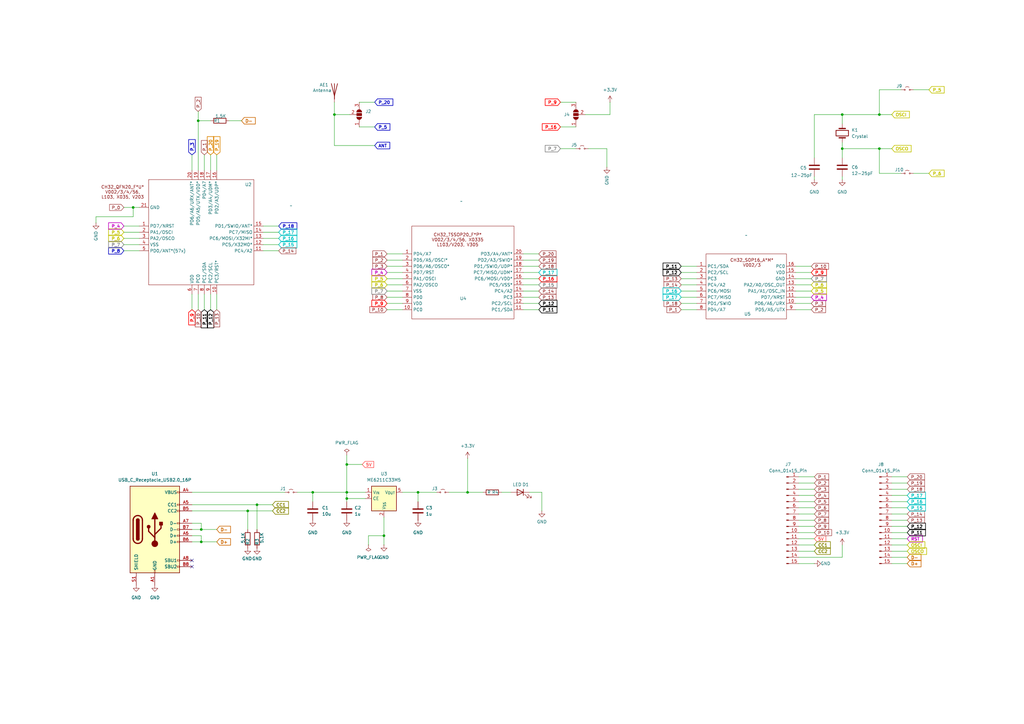
<source format=kicad_sch>
(kicad_sch (version 20250114) (generator "eeschema") (generator_version "9.0")
  (paper "A3")
  (lib_symbols
    (symbol "Connector:Conn_01x15_Pin" (pin_names (offset 1.016) (hide yes))
      (property "Reference" "J" (at 0 20.32 0))
      (property "Value" "Conn_01x15_Pin" (at 0 -20.32 0))
      (symbol "Conn_01x15_Pin_1_1"
        (pin passive line (at 5.08 17.78 180) (length 3.81) (name "Pin_1") (number "1"))
        (pin passive line (at 5.08 15.24 180) (length 3.81) (name "Pin_2") (number "2"))
        (pin passive line (at 5.08 12.7 180) (length 3.81) (name "Pin_3") (number "3"))
        (pin passive line (at 5.08 10.16 180) (length 3.81) (name "Pin_4") (number "4"))
        (pin passive line (at 5.08 7.62 180) (length 3.81) (name "Pin_5") (number "5"))
        (pin passive line (at 5.08 5.08 180) (length 3.81) (name "Pin_6") (number "6"))
        (pin passive line (at 5.08 2.54 180) (length 3.81) (name "Pin_7") (number "7"))
        (pin passive line (at 5.08 0 180) (length 3.81) (name "Pin_8") (number "8"))
        (pin passive line (at 5.08 -2.54 180) (length 3.81) (name "Pin_9") (number "9"))
        (pin passive line (at 5.08 -5.08 180) (length 3.81) (name "Pin_10") (number "10"))
        (pin passive line (at 5.08 -7.62 180) (length 3.81) (name "Pin_11") (number "11"))
        (pin passive line (at 5.08 -10.16 180) (length 3.81) (name "Pin_12") (number "12"))
        (pin passive line (at 5.08 -12.7 180) (length 3.81) (name "Pin_13") (number "13"))
        (pin passive line (at 5.08 -15.24 180) (length 3.81) (name "Pin_14") (number "14"))
        (pin passive line (at 5.08 -17.78 180) (length 3.81) (name "Pin_15") (number "15"))
      )
    )
    (symbol "Connector:USB_C_Receptacle_USB2.0_16P" (pin_names (offset 1.016))
      (property "Reference" "J" (at 0 22.225 0))
      (property "Value" "USB_C_Receptacle_USB2.0_16P" (at 0 19.685 0))
      (symbol "USB_C_Receptacle_USB2.0_16P_1_1"
        (pin passive line (at -7.62 -22.86 90) (length 5.08) (name "SHIELD") (number "S1"))
        (pin passive line (at 0 -22.86 90) (length 5.08) (name "GND") (number "A1"))
        (pin passive line (at 0 -22.86 90) (length 5.08) (hide yes) (name "GND") (number "A12"))
        (pin passive line (at 0 -22.86 90) (length 5.08) (hide yes) (name "GND") (number "B1"))
        (pin passive line (at 0 -22.86 90) (length 5.08) (hide yes) (name "GND") (number "B12"))
        (pin passive line (at 15.24 15.24 180) (length 5.08) (name "VBUS") (number "A4"))
        (pin passive line (at 15.24 15.24 180) (length 5.08) (hide yes) (name "VBUS") (number "A9"))
        (pin passive line (at 15.24 15.24 180) (length 5.08) (hide yes) (name "VBUS") (number "B4"))
        (pin passive line (at 15.24 15.24 180) (length 5.08) (hide yes) (name "VBUS") (number "B9"))
        (pin bidirectional line (at 15.24 10.16 180) (length 5.08) (name "CC1") (number "A5"))
        (pin bidirectional line (at 15.24 7.62 180) (length 5.08) (name "CC2") (number "B5"))
        (pin bidirectional line (at 15.24 2.54 180) (length 5.08) (name "D-") (number "A7"))
        (pin bidirectional line (at 15.24 0 180) (length 5.08) (name "D-") (number "B7"))
        (pin bidirectional line (at 15.24 -2.54 180) (length 5.08) (name "D+") (number "A6"))
        (pin bidirectional line (at 15.24 -5.08 180) (length 5.08) (name "D+") (number "B6"))
        (pin bidirectional line (at 15.24 -12.7 180) (length 5.08) (name "SBU1") (number "A8"))
        (pin bidirectional line (at 15.24 -15.24 180) (length 5.08) (name "SBU2") (number "B8"))
      )
    )
    (symbol "Device:Antenna" (pin_numbers (hide yes)) (pin_names (offset 1.016) (hide yes))
      (property "Reference" "AE" (at -1.905 1.905 0))
      (property "Value" "Antenna" (at -1.905 0 0))
      (symbol "Antenna_1_1"
        (pin input line (at 0 -5.08 90) (length 2.54) (name "A") (number "1"))
      )
    )
    (symbol "Device:C" (pin_numbers (hide yes)) (pin_names (offset 0.254))
      (property "Reference" "C" (at 0.635 2.54 0))
      (property "Value" "C" (at 0.635 -2.54 0))
      (symbol "C_1_1"
        (pin passive line (at 0 3.81 270) (length 2.794) (name "~") (number "1"))
        (pin passive line (at 0 -3.81 90) (length 2.794) (name "~") (number "2"))
      )
    )
    (symbol "Device:Crystal" (pin_numbers (hide yes)) (pin_names (offset 1.016) (hide yes))
      (property "Reference" "Y" (at 0 3.81 0))
      (property "Value" "Crystal" (at 0 -3.81 0))
      (symbol "Crystal_1_1"
        (pin passive line (at -3.81 0 0) (length 1.27) (name "1") (number "1"))
        (pin passive line (at 3.81 0 180) (length 1.27) (name "2") (number "2"))
      )
    )
    (symbol "Device:LED" (pin_numbers (hide yes)) (pin_names (offset 1.016) (hide yes))
      (property "Reference" "D" (at 0 2.54 0))
      (property "Value" "LED" (at 0 -2.54 0))
      (symbol "LED_1_1"
        (pin passive line (at -3.81 0 0) (length 2.54) (name "K") (number "1"))
        (pin passive line (at 3.81 0 180) (length 2.54) (name "A") (number "2"))
      )
    )
    (symbol "Device:R" (pin_numbers (hide yes)) (pin_names (offset 0))
      (property "Reference" "R" (at 2.032 0 90))
      (property "Value" "R" (at 0 0 90))
      (symbol "R_1_1"
        (pin passive line (at 0 3.81 270) (length 1.27) (name "~") (number "1"))
        (pin passive line (at 0 -3.81 90) (length 1.27) (name "~") (number "2"))
      )
    )
    (symbol "GND_1" (power) (pin_numbers (hide yes)) (pin_names (offset 0) (hide yes))
      (property "Value" "GND" (at 0 -3.81 0))
      (symbol "GND_1_1_1"
        (pin power_in line (at 0 0 270) (length 0) (name "~") (number "1"))
      )
    )
    (symbol "IOT-Mess:CH32_QFN20_F*U*"
      (property "Reference" "U" (at -1.524 -7.874 0))
      (symbol "CH32_QFN20_F*U*_1_1"
        (text "CH32_QFN20_F*U*\nV002/3/4/56,\nL103, X035, V203\n" (at -33.528 16.51 0) (effects (font (size 1.27 1.27))))
        (pin input line (at -26.67 10.16 0) (length 3.81) (name "GND") (number "21"))
        (pin bidirectional line (at -26.67 2.54 0) (length 3.81) (name "PD7/NRST") (number "1"))
        (pin bidirectional line (at -26.67 0 0) (length 3.81) (name "PA1/OSCI") (number "2"))
        (pin bidirectional line (at -26.67 -2.54 0) (length 3.81) (name "PA2/OSCO") (number "3"))
        (pin bidirectional line (at -26.67 -5.08 0) (length 3.81) (name "VSS") (number "4"))
        (pin bidirectional line (at -26.67 -7.62 0) (length 3.81) (name "PD0/ANT*(57x)") (number "5"))
        (pin bidirectional line (at -5.08 25.4 270) (length 3.81) (name "PD6/A6/URX/ANT*") (number "20"))
        (pin bidirectional line (at -5.08 -25.4 90) (length 3.81) (name "VDD") (number "6"))
        (pin bidirectional line (at -2.54 25.4 270) (length 3.81) (name "PD5/A5/UTX/VDD*") (number "19"))
        (pin bidirectional line (at -2.54 -25.4 90) (length 3.81) (name "PC0") (number "7"))
        (pin bidirectional line (at 0 25.4 270) (length 3.81) (name "PD4/A7") (number "18"))
        (pin bidirectional line (at 0 -25.4 90) (length 3.81) (name "PC1/SDA") (number "8"))
        (pin bidirectional line (at 2.54 25.4 270) (length 3.81) (name "PD3/A4/UDM*") (number "17"))
        (pin bidirectional line (at 2.54 -25.4 90) (length 3.81) (name "PC2/SCL") (number "9"))
        (pin bidirectional line (at 5.08 25.4 270) (length 3.81) (name "PD2/A3/UDP*") (number "16"))
        (pin bidirectional line (at 5.08 -25.4 90) (length 3.81) (name "PC3/RST*") (number "10"))
        (pin bidirectional line (at 24.13 2.54 180) (length 3.81) (name "PD1/SWIO/ANT*") (number "15"))
        (pin bidirectional line (at 24.13 0 180) (length 3.81) (name "PC7/MISO") (number "14"))
        (pin bidirectional line (at 24.13 -2.54 180) (length 3.81) (name "PC6/MOSI/X32MI*") (number "13"))
        (pin bidirectional line (at 24.13 -5.08 180) (length 3.81) (name "PC5/X32MO*") (number "12"))
        (pin bidirectional line (at 24.13 -7.62 180) (length 3.81) (name "PC4/A2") (number "11"))
      )
    )
    (symbol "IOT-Mess:CH32_SOP16_A*M*"
      (property "Reference" "U" (at -0.254 -11.938 0))
      (symbol "CH32_SOP16_A*M*_1_1"
        (text "CH32_SOP16_A*M*\nV002/3\n" (at 2.286 9.144 0) (effects (font (size 1.27 1.27))))
        (pin bidirectional line (at -20.32 7.62 0) (length 3.81) (name "PC1/SDA") (number "1"))
        (pin bidirectional line (at -20.32 5.08 0) (length 3.81) (name "PC2/SCL") (number "2"))
        (pin bidirectional line (at -20.32 2.54 0) (length 3.81) (name "PC3") (number "3"))
        (pin bidirectional line (at -20.32 0 0) (length 3.81) (name "PC4/A2") (number "4"))
        (pin bidirectional line (at -20.32 -2.54 0) (length 3.81) (name "PC6/MOSI") (number "5"))
        (pin bidirectional line (at -20.32 -5.08 0) (length 3.81) (name "PC7/MISO") (number "6"))
        (pin bidirectional line (at -20.32 -7.62 0) (length 3.81) (name "PD1/SWIO") (number "7"))
        (pin bidirectional line (at -20.32 -10.16 0) (length 3.81) (name "PD4/A7") (number "8"))
        (pin bidirectional line (at 20.32 7.62 180) (length 3.81) (name "PC0") (number "16"))
        (pin bidirectional line (at 20.32 5.08 180) (length 3.81) (name "VDD") (number "15"))
        (pin bidirectional line (at 20.32 2.54 180) (length 3.81) (name "GND") (number "14"))
        (pin bidirectional line (at 20.32 0 180) (length 3.81) (name "PA2/A0/OSC_OUT") (number "13"))
        (pin bidirectional line (at 20.32 -2.54 180) (length 3.81) (name "PA1/A1/OSC_IN") (number "12"))
        (pin bidirectional line (at 20.32 -5.08 180) (length 3.81) (name "PD7/NRST") (number "11"))
        (pin bidirectional line (at 20.32 -7.62 180) (length 3.81) (name "PD6/A6/URX") (number "10"))
        (pin bidirectional line (at 20.32 -10.16 180) (length 3.81) (name "PD5/A5/UTX") (number "9"))
      )
    )
    (symbol "IOT-Mess:CH32_TSSOP20_F*P*"
      (property "Reference" "U" (at 14.732 15.748 0))
      (symbol "CH32_TSSOP20_F*P*_1_1"
        (text "CH32_TSSOP20_F*P*\nV002/3/4/56, X0335\nL103/V203, V305\n" (at -1.524 13.462 0) (effects (font (size 1.27 1.27))))
        (pin bidirectional line (at -24.13 7.62 0) (length 3.81) (name "PD4/A7") (number "1"))
        (pin bidirectional line (at -24.13 5.08 0) (length 3.81) (name "PD5/A5/OSCI*") (number "2"))
        (pin bidirectional line (at -24.13 2.54 0) (length 3.81) (name "PD6/A6/OSCO*") (number "3"))
        (pin bidirectional line (at -24.13 0 0) (length 3.81) (name "PD7/RST") (number "4"))
        (pin bidirectional line (at -24.13 -2.54 0) (length 3.81) (name "PA1/OSCI") (number "5"))
        (pin bidirectional line (at -24.13 -5.08 0) (length 3.81) (name "PA2/OSCO") (number "6"))
        (pin bidirectional line (at -24.13 -7.62 0) (length 3.81) (name "VSS") (number "7"))
        (pin bidirectional line (at -24.13 -10.16 0) (length 3.81) (name "PD0") (number "8"))
        (pin bidirectional line (at -24.13 -12.7 0) (length 3.81) (name "VDD") (number "9"))
        (pin bidirectional line (at -24.13 -15.24 0) (length 3.81) (name "PC0") (number "10"))
        (pin bidirectional line (at 25.4 7.62 180) (length 3.81) (name "PD3/A4/ANT*") (number "20"))
        (pin bidirectional line (at 25.4 5.08 180) (length 3.81) (name "PD2/A3/SWIO*") (number "19"))
        (pin bidirectional line (at 25.4 2.54 180) (length 3.81) (name "PD1/SWIO/UDP*") (number "18"))
        (pin bidirectional line (at 25.4 0 180) (length 3.81) (name "PC7/MISO/UDM*") (number "17"))
        (pin bidirectional line (at 25.4 -2.54 180) (length 3.81) (name "PC6/MOSI/VDD*") (number "16"))
        (pin bidirectional line (at 25.4 -5.08 180) (length 3.81) (name "PC5/VSS*") (number "15"))
        (pin bidirectional line (at 25.4 -7.62 180) (length 3.81) (name "PC4/A2") (number "14"))
        (pin bidirectional line (at 25.4 -10.16 180) (length 3.81) (name "PC3") (number "13"))
        (pin bidirectional line (at 25.4 -12.7 180) (length 3.81) (name "PC2/SCL") (number "12"))
        (pin bidirectional line (at 25.4 -15.24 180) (length 3.81) (name "PC1/SDA") (number "11"))
      )
    )
    (symbol "Jumper:Jumper_2_Small_Open" (pin_numbers (hide yes)) (pin_names (offset 0) (hide yes))
      (property "Reference" "JP" (at 0 2.794 0))
      (property "Value" "Jumper_2_Small_Open" (at 0 -2.286 0))
      (symbol "Jumper_2_Small_Open_1_1"
        (pin passive line (at -2.54 0 0) (length 1.27) (name "A") (number "1"))
        (pin passive line (at 2.54 0 180) (length 1.27) (name "B") (number "2"))
      )
    )
    (symbol "Jumper:SolderJumper_3_Open" (pin_names (offset 0) (hide yes)) (in_bom no)
      (property "Reference" "JP" (at -2.54 -2.54 0))
      (property "Value" "SolderJumper_3_Open" (at 0 2.794 0))
      (symbol "SolderJumper_3_Open_1_1"
        (pin passive line (at -5.08 0 0) (length 2.54) (name "A") (number "1"))
        (pin passive line (at 0 -3.81 90) (length 2.54) (name "C") (number "2"))
        (pin passive line (at 5.08 0 180) (length 2.54) (name "B") (number "3"))
      )
    )
    (symbol "Regulator_Linear:ME6211C33M5"
      (property "Reference" "U" (at -4.572 6.35 0))
      (property "Value" "ME6211C33M5" (at 10.16 8.636 0))
      (symbol "ME6211C33M5_1_1"
        (pin power_in line (at -7.62 2.54 0) (length 2.54) (name "V_{IN}") (number "1"))
        (pin input line (at -7.62 0 0) (length 2.54) (name "CE") (number "3"))
        (pin power_in line (at 0 -7.62 90) (length 2.54) (name "V_{SS}") (number "2"))
        (pin no_connect line (at 5.08 0 180) (length 2.54) (hide yes) (name "NC") (number "4"))
        (pin power_out line (at 7.62 2.54 180) (length 2.54) (name "V_{OUT}") (number "5"))
      )
    )
    (symbol "power:+3.3V" (power) (pin_numbers (hide yes)) (pin_names (offset 0) (hide yes))
      (property "Value" "+3.3V" (at 0 3.556 0))
      (symbol "+3.3V_1_1"
        (pin power_in line (at 0 0 90) (length 0) (name "~") (number "1"))
      )
    )
    (symbol "power:GND" (power) (pin_numbers (hide yes)) (pin_names (offset 0) (hide yes))
      (property "Value" "GND" (at 0 -3.81 0))
      (symbol "GND_1_1"
        (pin power_in line (at 0 0 270) (length 0) (name "~") (number "1"))
      )
    )
    (symbol "power:PWR_FLAG" (power) (pin_numbers (hide yes)) (pin_names (offset 0) (hide yes))
      (property "Value" "PWR_FLAG" (at 0 3.81 0))
      (symbol "PWR_FLAG_0_0"
        (pin power_out line (at 0 0 90) (length 0) (name "~") (number "1"))
      )
    )
  )
  (junction (at 345.44 60.96))
  (junction (at 101.6 209.55))
  (junction (at 157.48 219.71))
  (junction (at 360.68 46.99))
  (junction (at 82.55 222.25))
  (junction (at 142.24 190.5))
  (junction (at 82.55 217.17))
  (junction (at 105.41 207.01))
  (junction (at 345.44 46.99))
  (junction (at 171.45 201.93))
  (junction (at 360.68 60.96))
  (junction (at 137.16 46.99))
  (junction (at 128.27 201.93))
  (junction (at 54.61 85.09))
  (junction (at 81.28 49.53))
  (junction (at 142.24 204.47))
  (junction (at 191.77 201.93))
  (junction (at 142.24 201.93))
  (no_connect (at 78.74 232.41))
  (no_connect (at 78.74 229.87))
  (wire (pts (xy 334.01 46.99) (xy 345.44 46.99)))
  (wire (pts (xy 279.4 121.92) (xy 285.75 121.92)))
  (wire (pts (xy 93.98 49.53) (xy 99.06 49.53)))
  (wire (pts (xy 78.74 219.71) (xy 82.55 219.71)))
  (wire (pts (xy 241.3 60.96) (xy 248.92 60.96)))
  (wire (pts (xy 107.95 92.71) (xy 114.3 92.71)))
  (wire (pts (xy 345.44 60.96) (xy 345.44 64.77)))
  (wire (pts (xy 360.68 71.12) (xy 360.68 60.96)))
  (wire (pts (xy 165.1 104.14) (xy 158.75 104.14)))
  (wire (pts (xy 334.01 213.36) (xy 327.66 213.36)))
  (wire (pts (xy 285.75 116.84) (xy 279.4 116.84)))
  (wire (pts (xy 57.15 100.33) (xy 50.8 100.33)))
  (wire (pts (xy 78.74 217.17) (xy 82.55 217.17)))
  (wire (pts (xy 369.57 71.12) (xy 360.68 71.12)))
  (wire (pts (xy 165.1 106.68) (xy 158.75 106.68)))
  (wire (pts (xy 214.63 114.3) (xy 220.98 114.3)))
  (wire (pts (xy 148.59 190.5) (xy 142.24 190.5)))
  (wire (pts (xy 142.24 190.5) (xy 142.24 201.93)))
  (wire (pts (xy 334.01 205.74) (xy 327.66 205.74)))
  (wire (pts (xy 334.01 200.66) (xy 327.66 200.66)))
  (wire (pts (xy 78.74 214.63) (xy 82.55 214.63)))
  (wire (pts (xy 369.57 36.83) (xy 360.68 36.83)))
  (wire (pts (xy 214.63 111.76) (xy 220.98 111.76)))
  (wire (pts (xy 214.63 119.38) (xy 220.98 119.38)))
  (wire (pts (xy 372.11 205.74) (xy 365.76 205.74)))
  (wire (pts (xy 240.03 46.99) (xy 250.19 46.99)))
  (wire (pts (xy 372.11 198.12) (xy 365.76 198.12)))
  (wire (pts (xy 327.66 226.06) (xy 334.01 226.06)))
  (wire (pts (xy 345.44 58.42) (xy 345.44 60.96)))
  (wire (pts (xy 57.15 102.87) (xy 50.8 102.87)))
  (wire (pts (xy 214.63 124.46) (xy 220.98 124.46)))
  (wire (pts (xy 107.95 97.79) (xy 114.3 97.79)))
  (wire (pts (xy 285.75 114.3) (xy 279.4 114.3)))
  (wire (pts (xy 137.16 59.69) (xy 137.16 46.99)))
  (wire (pts (xy 88.9 127) (xy 88.9 120.65)))
  (wire (pts (xy 285.75 124.46) (xy 279.4 124.46)))
  (wire (pts (xy 365.76 228.6) (xy 372.11 228.6)))
  (wire (pts (xy 39.37 88.9) (xy 54.61 88.9)))
  (wire (pts (xy 229.87 52.07) (xy 236.22 52.07)))
  (wire (pts (xy 105.41 207.01) (xy 111.76 207.01)))
  (wire (pts (xy 179.07 201.93) (xy 171.45 201.93)))
  (wire (pts (xy 365.76 226.06) (xy 372.11 226.06)))
  (wire (pts (xy 334.01 208.28) (xy 327.66 208.28)))
  (wire (pts (xy 157.48 219.71) (xy 157.48 223.52)))
  (wire (pts (xy 360.68 36.83) (xy 360.68 46.99)))
  (wire (pts (xy 334.01 72.39) (xy 334.01 73.66)))
  (wire (pts (xy 345.44 60.96) (xy 360.68 60.96)))
  (wire (pts (xy 326.39 121.92) (xy 332.74 121.92)))
  (wire (pts (xy 101.6 209.55) (xy 101.6 217.17)))
  (wire (pts (xy 191.77 187.96) (xy 191.77 201.93)))
  (wire (pts (xy 326.39 114.3) (xy 332.74 114.3)))
  (wire (pts (xy 372.11 210.82) (xy 365.76 210.82)))
  (wire (pts (xy 57.15 95.25) (xy 50.8 95.25)))
  (wire (pts (xy 101.6 209.55) (xy 111.76 209.55)))
  (wire (pts (xy 81.28 127) (xy 81.28 120.65)))
  (wire (pts (xy 107.95 102.87) (xy 114.3 102.87)))
  (wire (pts (xy 121.92 201.93) (xy 128.27 201.93)))
  (wire (pts (xy 345.44 46.99) (xy 360.68 46.99)))
  (wire (pts (xy 326.39 116.84) (xy 332.74 116.84)))
  (wire (pts (xy 334.01 231.14) (xy 327.66 231.14)))
  (wire (pts (xy 334.01 220.98) (xy 327.66 220.98)))
  (wire (pts (xy 165.1 114.3) (xy 158.75 114.3)))
  (wire (pts (xy 137.16 46.99) (xy 143.51 46.99)))
  (wire (pts (xy 360.68 46.99) (xy 365.76 46.99)))
  (wire (pts (xy 365.76 223.52) (xy 372.11 223.52)))
  (wire (pts (xy 39.37 88.9) (xy 39.37 91.44)))
  (wire (pts (xy 165.1 121.92) (xy 158.75 121.92)))
  (wire (pts (xy 88.9 69.85) (xy 88.9 63.5)))
  (wire (pts (xy 365.76 231.14) (xy 372.11 231.14)))
  (wire (pts (xy 214.63 104.14) (xy 220.98 104.14)))
  (wire (pts (xy 107.95 95.25) (xy 114.3 95.25)))
  (wire (pts (xy 78.74 222.25) (xy 82.55 222.25)))
  (wire (pts (xy 214.63 106.68) (xy 220.98 106.68)))
  (wire (pts (xy 250.19 41.91) (xy 250.19 46.99)))
  (wire (pts (xy 214.63 116.84) (xy 220.98 116.84)))
  (wire (pts (xy 50.8 85.09) (xy 54.61 85.09)))
  (wire (pts (xy 372.11 208.28) (xy 365.76 208.28)))
  (wire (pts (xy 372.11 195.58) (xy 365.76 195.58)))
  (wire (pts (xy 327.66 228.6) (xy 345.44 228.6)))
  (wire (pts (xy 334.01 210.82) (xy 327.66 210.82)))
  (wire (pts (xy 157.48 212.09) (xy 157.48 219.71)))
  (wire (pts (xy 345.44 72.39) (xy 345.44 73.66)))
  (wire (pts (xy 137.16 46.99) (xy 137.16 41.91)))
  (wire (pts (xy 372.11 200.66) (xy 365.76 200.66)))
  (wire (pts (xy 229.87 41.91) (xy 236.22 41.91)))
  (wire (pts (xy 214.63 121.92) (xy 220.98 121.92)))
  (wire (pts (xy 365.76 220.98) (xy 372.11 220.98)))
  (wire (pts (xy 142.24 186.69) (xy 142.24 190.5)))
  (wire (pts (xy 248.92 60.96) (xy 248.92 68.58)))
  (wire (pts (xy 81.28 69.85) (xy 81.28 49.53)))
  (wire (pts (xy 142.24 204.47) (xy 142.24 201.93)))
  (wire (pts (xy 78.74 201.93) (xy 116.84 201.93)))
  (wire (pts (xy 78.74 207.01) (xy 105.41 207.01)))
  (wire (pts (xy 372.11 213.36) (xy 365.76 213.36)))
  (wire (pts (xy 326.39 119.38) (xy 332.74 119.38)))
  (wire (pts (xy 222.25 209.55) (xy 222.25 201.93)))
  (wire (pts (xy 326.39 124.46) (xy 332.74 124.46)))
  (wire (pts (xy 82.55 222.25) (xy 88.9 222.25)))
  (wire (pts (xy 326.39 111.76) (xy 332.74 111.76)))
  (wire (pts (xy 81.28 49.53) (xy 86.36 49.53)))
  (wire (pts (xy 285.75 111.76) (xy 279.4 111.76)))
  (wire (pts (xy 142.24 205.74) (xy 142.24 204.47)))
  (wire (pts (xy 214.63 109.22) (xy 220.98 109.22)))
  (wire (pts (xy 54.61 88.9) (xy 54.61 85.09)))
  (wire (pts (xy 142.24 204.47) (xy 149.86 204.47)))
  (wire (pts (xy 57.15 92.71) (xy 50.8 92.71)))
  (wire (pts (xy 360.68 60.96) (xy 365.76 60.96)))
  (wire (pts (xy 285.75 127) (xy 279.4 127)))
  (wire (pts (xy 151.13 219.71) (xy 157.48 219.71)))
  (wire (pts (xy 165.1 116.84) (xy 158.75 116.84)))
  (wire (pts (xy 128.27 205.74) (xy 128.27 201.93)))
  (wire (pts (xy 372.11 215.9) (xy 365.76 215.9)))
  (wire (pts (xy 374.65 36.83) (xy 381 36.83)))
  (wire (pts (xy 327.66 223.52) (xy 334.01 223.52)))
  (wire (pts (xy 285.75 119.38) (xy 279.4 119.38)))
  (wire (pts (xy 209.55 201.93) (xy 205.74 201.93)))
  (wire (pts (xy 151.13 219.71) (xy 151.13 223.52)))
  (wire (pts (xy 165.1 127) (xy 158.75 127)))
  (wire (pts (xy 214.63 127) (xy 220.98 127)))
  (wire (pts (xy 86.36 127) (xy 86.36 120.65)))
  (wire (pts (xy 279.4 109.22) (xy 285.75 109.22)))
  (wire (pts (xy 147.32 41.91) (xy 153.67 41.91)))
  (wire (pts (xy 374.65 71.12) (xy 381 71.12)))
  (wire (pts (xy 334.01 203.2) (xy 327.66 203.2)))
  (wire (pts (xy 334.01 218.44) (xy 327.66 218.44)))
  (wire (pts (xy 105.41 207.01) (xy 105.41 217.17)))
  (wire (pts (xy 171.45 201.93) (xy 171.45 205.74)))
  (wire (pts (xy 334.01 198.12) (xy 327.66 198.12)))
  (wire (pts (xy 165.1 109.22) (xy 158.75 109.22)))
  (wire (pts (xy 137.16 59.69) (xy 153.67 59.69)))
  (wire (pts (xy 326.39 127) (xy 332.74 127)))
  (wire (pts (xy 198.12 201.93) (xy 191.77 201.93)))
  (wire (pts (xy 184.15 201.93) (xy 191.77 201.93)))
  (wire (pts (xy 83.82 127) (xy 83.82 120.65)))
  (wire (pts (xy 165.1 119.38) (xy 158.75 119.38)))
  (wire (pts (xy 78.74 127) (xy 78.74 120.65)))
  (wire (pts (xy 158.75 124.46) (xy 165.1 124.46)))
  (wire (pts (xy 83.82 69.85) (xy 83.82 63.5)))
  (wire (pts (xy 82.55 217.17) (xy 88.9 217.17)))
  (wire (pts (xy 222.25 201.93) (xy 217.17 201.93)))
  (wire (pts (xy 81.28 49.53) (xy 81.28 45.72)))
  (wire (pts (xy 78.74 209.55) (xy 101.6 209.55)))
  (wire (pts (xy 78.74 69.85) (xy 78.74 63.5)))
  (wire (pts (xy 57.15 97.79) (xy 50.8 97.79)))
  (wire (pts (xy 165.1 111.76) (xy 158.75 111.76)))
  (wire (pts (xy 165.1 201.93) (xy 171.45 201.93)))
  (wire (pts (xy 345.44 223.52) (xy 345.44 228.6)))
  (wire (pts (xy 107.95 100.33) (xy 114.3 100.33)))
  (wire (pts (xy 86.36 69.85) (xy 86.36 63.5)))
  (wire (pts (xy 229.87 60.96) (xy 236.22 60.96)))
  (wire (pts (xy 334.01 215.9) (xy 327.66 215.9)))
  (wire (pts (xy 345.44 46.99) (xy 345.44 50.8)))
  (wire (pts (xy 334.01 64.77) (xy 334.01 46.99)))
  (wire (pts (xy 54.61 85.09) (xy 57.15 85.09)))
  (wire (pts (xy 128.27 201.93) (xy 142.24 201.93)))
  (wire (pts (xy 334.01 195.58) (xy 327.66 195.58)))
  (wire (pts (xy 147.32 52.07) (xy 153.67 52.07)))
  (wire (pts (xy 142.24 201.93) (xy 149.86 201.93)))
  (wire (pts (xy 82.55 222.25) (xy 82.55 219.71)))
  (wire (pts (xy 82.55 217.17) (xy 82.55 214.63)))
  (wire (pts (xy 372.11 203.2) (xy 365.76 203.2)))
  (wire (pts (xy 326.39 109.22) (xy 332.74 109.22)))
  (wire (pts (xy 372.11 218.44) (xy 365.76 218.44)))
  (global_label "D+" (shape input) (at 88.9 222.25 0) (effects (font (thickness 0.254) (bold yes))) (property "Intersheetrefs" "${INTERSHEET_REFS}" (effects (hide yes))))
  (global_label "P_20" (shape input) (at 372.11 195.58 0) (property "Intersheetrefs" "${INTERSHEET_REFS}" (effects (hide yes))))
  (global_label "P_14" (shape input) (at 372.11 210.82 0) (property "Intersheetrefs" "${INTERSHEET_REFS}" (effects (hide yes))))
  (global_label "P_3" (shape input) (at 334.01 200.66 0) (property "Intersheetrefs" "${INTERSHEET_REFS}" (effects (hide yes))))
  (global_label "P_0" (shape input) (at 50.8 85.09 180) (property "Intersheetrefs" "${INTERSHEET_REFS}" (effects (hide yes))))
  (global_label "CC2" (shape input) (at 334.01 226.06 0) (effects (font (thickness 0.254) (bold yes))) (property "Intersheetrefs" "${INTERSHEET_REFS}" (effects (hide yes))))
  (global_label "D-" (shape input) (at 99.06 49.53 0) (effects (font (thickness 0.254) (bold yes))) (property "Intersheetrefs" "${INTERSHEET_REFS}" (effects (hide yes))))
  (global_label "P_7" (shape input) (at 229.87 60.96 180) (effects (font (thickness 0.254) (bold yes))) (property "Intersheetrefs" "${INTERSHEET_REFS}" (effects (hide yes))))
  (global_label "P_5" (shape input) (at 332.74 119.38 0) (effects (font (thickness 0.254) (bold yes))) (property "Intersheetrefs" "${INTERSHEET_REFS}" (effects (hide yes))))
  (global_label "D-" (shape input) (at 372.11 228.6 0) (effects (font (thickness 0.254) (bold yes))) (property "Intersheetrefs" "${INTERSHEET_REFS}" (effects (hide yes))))
  (global_label "P_7" (shape input) (at 332.74 114.3 0) (effects (font (thickness 0.254) (bold yes))) (property "Intersheetrefs" "${INTERSHEET_REFS}" (effects (hide yes))))
  (global_label "P_17" (shape input) (at 220.98 111.76 0) (effects (font (thickness 0.254) (bold yes))) (property "Intersheetrefs" "${INTERSHEET_REFS}" (effects (hide yes))))
  (global_label "P_2" (shape input) (at 332.74 127 0) (effects (font (thickness 0.1588))) (property "Intersheetrefs" "${INTERSHEET_REFS}" (effects (hide yes))))
  (global_label "P_12" (shape input) (at 372.11 215.9 0) (effects (font (thickness 0.254) (bold yes))) (property "Intersheetrefs" "${INTERSHEET_REFS}" (effects (hide yes))))
  (global_label "D-" (shape input) (at 88.9 217.17 0) (effects (font (thickness 0.254) (bold yes))) (property "Intersheetrefs" "${INTERSHEET_REFS}" (effects (hide yes))))
  (global_label "P_19" (shape input) (at 220.98 106.68 0) (effects (font (thickness 0.1588))) (property "Intersheetrefs" "${INTERSHEET_REFS}" (effects (hide yes))))
  (global_label "P_2" (shape input) (at 334.01 198.12 0) (property "Intersheetrefs" "${INTERSHEET_REFS}" (effects (hide yes))))
  (global_label "P_1" (shape input) (at 158.75 104.14 180) (effects (font (thickness 0.1588))) (property "Intersheetrefs" "${INTERSHEET_REFS}" (effects (hide yes))))
  (global_label "P_11" (shape input) (at 220.98 127 0) (effects (font (thickness 0.254) (bold yes))) (property "Intersheetrefs" "${INTERSHEET_REFS}" (effects (hide yes))))
  (global_label "P_5" (shape input) (at 381 36.83 0) (effects (font (thickness 0.254) (bold yes))) (property "Intersheetrefs" "${INTERSHEET_REFS}" (effects (hide yes))))
  (global_label "P_15" (shape input) (at 114.3 100.33 0) (effects (font (thickness 0.254) (bold yes))) (property "Intersheetrefs" "${INTERSHEET_REFS}" (effects (hide yes))))
  (global_label "P_9" (shape input) (at 334.01 215.9 0) (property "Intersheetrefs" "${INTERSHEET_REFS}" (effects (hide yes))))
  (global_label "RST" (shape input) (at 372.11 220.98 0) (effects (font (thickness 0.254) (bold yes))) (property "Intersheetrefs" "${INTERSHEET_REFS}" (effects (hide yes))))
  (global_label "P_1" (shape input) (at 334.01 195.58 0) (property "Intersheetrefs" "${INTERSHEET_REFS}" (effects (hide yes))))
  (global_label "P_13" (shape input) (at 279.4 114.3 180) (effects (font (thickness 0.1588))) (property "Intersheetrefs" "${INTERSHEET_REFS}" (effects (hide yes))))
  (global_label "P_8" (shape input) (at 158.75 121.92 180) (effects (font (thickness 0.1588))) (property "Intersheetrefs" "${INTERSHEET_REFS}" (effects (hide yes))))
  (global_label "P_13" (shape input) (at 220.98 121.92 0) (effects (font (thickness 0.1588))) (property "Intersheetrefs" "${INTERSHEET_REFS}" (effects (hide yes))))
  (global_label "P_14" (shape input) (at 279.4 116.84 180) (effects (font (thickness 0.1588))) (property "Intersheetrefs" "${INTERSHEET_REFS}" (effects (hide yes))))
  (global_label "P_13" (shape input) (at 88.9 127 270) (effects (font (thickness 0.1588))) (property "Intersheetrefs" "${INTERSHEET_REFS}" (effects (hide yes))))
  (global_label "P_16" (shape input) (at 229.87 52.07 180) (effects (font (thickness 0.254) (bold yes))) (property "Intersheetrefs" "${INTERSHEET_REFS}" (effects (hide yes))))
  (global_label "P_3" (shape input) (at 158.75 109.22 180) (effects (font (thickness 0.1588))) (property "Intersheetrefs" "${INTERSHEET_REFS}" (effects (hide yes))))
  (global_label "P_7" (shape input) (at 50.8 100.33 180) (effects (font (thickness 0.254) (bold yes))) (property "Intersheetrefs" "${INTERSHEET_REFS}" (effects (hide yes))))
  (global_label "P_9" (shape input) (at 78.74 127 270) (effects (font (thickness 0.254) (bold yes))) (property "Intersheetrefs" "${INTERSHEET_REFS}" (effects (hide yes))))
  (global_label "P_5" (shape input) (at 158.75 114.3 180) (effects (font (thickness 0.254) (bold yes))) (property "Intersheetrefs" "${INTERSHEET_REFS}" (effects (hide yes))))
  (global_label "P_11" (shape input) (at 372.11 218.44 0) (effects (font (thickness 0.254) (bold yes))) (property "Intersheetrefs" "${INTERSHEET_REFS}" (effects (hide yes))))
  (global_label "D+" (shape input) (at 372.11 231.14 0) (effects (font (thickness 0.254) (bold yes))) (property "Intersheetrefs" "${INTERSHEET_REFS}" (effects (hide yes))))
  (global_label "P_16" (shape input) (at 279.4 119.38 180) (effects (font (thickness 0.254) (bold yes))) (property "Intersheetrefs" "${INTERSHEET_REFS}" (effects (hide yes))))
  (global_label "5V" (shape input) (at 334.01 220.98 0) (property "Intersheetrefs" "${INTERSHEET_REFS}" (effects (hide yes))))
  (global_label "ANT" (shape input) (at 153.67 59.69 0) (effects (font (thickness 0.254) (bold yes))) (property "Intersheetrefs" "${INTERSHEET_REFS}" (effects (hide yes))))
  (global_label "P_12" (shape input) (at 279.4 111.76 180) (effects (font (thickness 0.254) (bold yes))) (property "Intersheetrefs" "${INTERSHEET_REFS}" (effects (hide yes))))
  (global_label "P_3" (shape input) (at 78.74 63.5 90) (effects (font (thickness 0.254) (bold yes))) (property "Intersheetrefs" "${INTERSHEET_REFS}" (effects (hide yes))))
  (global_label "CC1" (shape input) (at 334.01 223.52 0) (effects (font (thickness 0.254) (bold yes))) (property "Intersheetrefs" "${INTERSHEET_REFS}" (effects (hide yes))))
  (global_label "P_17" (shape input) (at 114.3 95.25 0) (effects (font (thickness 0.254) (bold yes))) (property "Intersheetrefs" "${INTERSHEET_REFS}" (effects (hide yes))))
  (global_label "P_20" (shape input) (at 86.36 63.5 90) (effects (font (thickness 0.254) (bold yes))) (property "Intersheetrefs" "${INTERSHEET_REFS}" (effects (hide yes))))
  (global_label "P_16" (shape input) (at 372.11 205.74 0) (effects (font (thickness 0.254) (bold yes))) (property "Intersheetrefs" "${INTERSHEET_REFS}" (effects (hide yes))))
  (global_label "P_13" (shape input) (at 372.11 213.36 0) (property "Intersheetrefs" "${INTERSHEET_REFS}" (effects (hide yes))))
  (global_label "P_6" (shape input) (at 332.74 116.84 0) (effects (font (thickness 0.254) (bold yes))) (property "Intersheetrefs" "${INTERSHEET_REFS}" (effects (hide yes))))
  (global_label "P_18" (shape input) (at 372.11 200.66 0) (property "Intersheetrefs" "${INTERSHEET_REFS}" (effects (hide yes))))
  (global_label "P_1" (shape input) (at 279.4 127 180) (effects (font (thickness 0.1588))) (property "Intersheetrefs" "${INTERSHEET_REFS}" (effects (hide yes))))
  (global_label "P_6" (shape input) (at 158.75 116.84 180) (effects (font (thickness 0.254) (bold yes))) (property "Intersheetrefs" "${INTERSHEET_REFS}" (effects (hide yes))))
  (global_label "OSCO" (shape input) (at 372.11 226.06 0) (effects (font (thickness 0.254) (bold yes))) (property "Intersheetrefs" "${INTERSHEET_REFS}" (effects (hide yes))))
  (global_label "P_4" (shape input) (at 332.74 121.92 0) (effects (font (thickness 0.254) (bold yes))) (property "Intersheetrefs" "${INTERSHEET_REFS}" (effects (hide yes))))
  (global_label "P_9" (shape input) (at 158.75 124.46 180) (effects (font (thickness 0.254) (bold yes))) (property "Intersheetrefs" "${INTERSHEET_REFS}" (effects (hide yes))))
  (global_label "5V" (shape input) (at 148.59 190.5 0) (property "Intersheetrefs" "${INTERSHEET_REFS}" (effects (hide yes))))
  (global_label "OSCI" (shape input) (at 365.76 46.99 0) (effects (font (thickness 0.254) (bold yes))) (property "Intersheetrefs" "${INTERSHEET_REFS}" (effects (hide yes))))
  (global_label "P_5" (shape input) (at 153.67 52.07 0) (effects (font (thickness 0.254) (bold yes))) (property "Intersheetrefs" "${INTERSHEET_REFS}" (effects (hide yes))))
  (global_label "P_11" (shape input) (at 279.4 109.22 180) (effects (font (thickness 0.254) (bold yes))) (property "Intersheetrefs" "${INTERSHEET_REFS}" (effects (hide yes))))
  (global_label "P_10" (shape input) (at 332.74 109.22 0) (effects (font (thickness 0.1588))) (property "Intersheetrefs" "${INTERSHEET_REFS}" (effects (hide yes))))
  (global_label "P_6" (shape input) (at 381 71.12 0) (effects (font (thickness 0.254) (bold yes))) (property "Intersheetrefs" "${INTERSHEET_REFS}" (effects (hide yes))))
  (global_label "P_10" (shape input) (at 81.28 127 270) (effects (font (thickness 0.1588))) (property "Intersheetrefs" "${INTERSHEET_REFS}" (effects (hide yes))))
  (global_label "P_1" (shape input) (at 83.82 63.5 90) (effects (font (thickness 0.1588))) (property "Intersheetrefs" "${INTERSHEET_REFS}" (effects (hide yes))))
  (global_label "OSCO" (shape input) (at 365.76 60.96 0) (effects (font (thickness 0.254) (bold yes))) (property "Intersheetrefs" "${INTERSHEET_REFS}" (effects (hide yes))))
  (global_label "P_8" (shape input) (at 50.8 102.87 180) (effects (font (thickness 0.254) (bold yes))) (property "Intersheetrefs" "${INTERSHEET_REFS}" (effects (hide yes))))
  (global_label "P_11" (shape input) (at 83.82 127 270) (effects (font (thickness 0.254) (bold yes))) (property "Intersheetrefs" "${INTERSHEET_REFS}" (effects (hide yes))))
  (global_label "P_18" (shape input) (at 114.3 92.71 0) (effects (font (thickness 0.254) (bold yes))) (property "Intersheetrefs" "${INTERSHEET_REFS}" (effects (hide yes))))
  (global_label "P_12" (shape input) (at 86.36 127 270) (effects (font (thickness 0.254) (bold yes))) (property "Intersheetrefs" "${INTERSHEET_REFS}" (effects (hide yes))))
  (global_label "OSCI" (shape input) (at 372.11 223.52 0) (effects (font (thickness 0.254) (bold yes))) (property "Intersheetrefs" "${INTERSHEET_REFS}" (effects (hide yes))))
  (global_label "P_19" (shape input) (at 372.11 198.12 0) (effects (font (thickness 0.1588))) (property "Intersheetrefs" "${INTERSHEET_REFS}" (effects (hide yes))))
  (global_label "P_17" (shape input) (at 372.11 203.2 0) (effects (font (thickness 0.254) (bold yes))) (property "Intersheetrefs" "${INTERSHEET_REFS}" (effects (hide yes))))
  (global_label "P_3" (shape input) (at 332.74 124.46 0) (effects (font (thickness 0.1588))) (property "Intersheetrefs" "${INTERSHEET_REFS}" (effects (hide yes))))
  (global_label "P_4" (shape input) (at 50.8 92.71 180) (effects (font (thickness 0.254) (bold yes))) (property "Intersheetrefs" "${INTERSHEET_REFS}" (effects (hide yes))))
  (global_label "P_5" (shape input) (at 50.8 95.25 180) (effects (font (thickness 0.254) (bold yes))) (property "Intersheetrefs" "${INTERSHEET_REFS}" (effects (hide yes))))
  (global_label "CC2" (shape input) (at 111.76 209.55 0) (effects (font (thickness 0.254) (bold yes))) (property "Intersheetrefs" "${INTERSHEET_REFS}" (effects (hide yes))))
  (global_label "P_5" (shape input) (at 334.01 205.74 0) (property "Intersheetrefs" "${INTERSHEET_REFS}" (effects (hide yes))))
  (global_label "P_7" (shape input) (at 334.01 210.82 0) (property "Intersheetrefs" "${INTERSHEET_REFS}" (effects (hide yes))))
  (global_label "P_4" (shape input) (at 334.01 203.2 0) (property "Intersheetrefs" "${INTERSHEET_REFS}" (effects (hide yes))))
  (global_label "P_15" (shape input) (at 220.98 116.84 0) (effects (font (thickness 0.254) (bold yes))) (property "Intersheetrefs" "${INTERSHEET_REFS}" (effects (hide yes))))
  (global_label "P_19" (shape input) (at 88.9 63.5 90) (effects (font (thickness 0.254) (bold yes))) (property "Intersheetrefs" "${INTERSHEET_REFS}" (effects (hide yes))))
  (global_label "P_18" (shape input) (at 220.98 109.22 0) (effects (font (thickness 0.1588))) (property "Intersheetrefs" "${INTERSHEET_REFS}" (effects (hide yes))))
  (global_label "P_20" (shape input) (at 220.98 104.14 0) (effects (font (thickness 0.1588))) (property "Intersheetrefs" "${INTERSHEET_REFS}" (effects (hide yes))))
  (global_label "P_7" (shape input) (at 158.75 119.38 180) (effects (font (thickness 0.254) (bold yes))) (property "Intersheetrefs" "${INTERSHEET_REFS}" (effects (hide yes))))
  (global_label "P_10" (shape input) (at 334.01 218.44 0) (property "Intersheetrefs" "${INTERSHEET_REFS}" (effects (hide yes))))
  (global_label "P_6" (shape input) (at 334.01 208.28 0) (property "Intersheetrefs" "${INTERSHEET_REFS}" (effects (hide yes))))
  (global_label "P_20" (shape input) (at 153.67 41.91 0) (effects (font (thickness 0.254) (bold yes))) (property "Intersheetrefs" "${INTERSHEET_REFS}" (effects (hide yes))))
  (global_label "P_9" (shape input) (at 332.74 111.76 0) (effects (font (thickness 0.254) (bold yes))) (property "Intersheetrefs" "${INTERSHEET_REFS}" (effects (hide yes))))
  (global_label "P_15" (shape input) (at 372.11 208.28 0) (effects (font (thickness 0.254) (bold yes))) (property "Intersheetrefs" "${INTERSHEET_REFS}" (effects (hide yes))))
  (global_label "P_18" (shape input) (at 279.4 124.46 180) (effects (font (thickness 0.1588))) (property "Intersheetrefs" "${INTERSHEET_REFS}" (effects (hide yes))))
  (global_label "P_9" (shape input) (at 229.87 41.91 180) (effects (font (thickness 0.254) (bold yes))) (property "Intersheetrefs" "${INTERSHEET_REFS}" (effects (hide yes))))
  (global_label "CC1" (shape input) (at 111.76 207.01 0) (effects (font (thickness 0.254) (bold yes))) (property "Intersheetrefs" "${INTERSHEET_REFS}" (effects (hide yes))))
  (global_label "P_4" (shape input) (at 158.75 111.76 180) (effects (font (thickness 0.254) (bold yes))) (property "Intersheetrefs" "${INTERSHEET_REFS}" (effects (hide yes))))
  (global_label "P_10" (shape input) (at 158.75 127 180) (effects (font (thickness 0.1588))) (property "Intersheetrefs" "${INTERSHEET_REFS}" (effects (hide yes))))
  (global_label "P_16" (shape input) (at 220.98 114.3 0) (effects (font (thickness 0.254) (bold yes))) (property "Intersheetrefs" "${INTERSHEET_REFS}" (effects (hide yes))))
  (global_label "P_6" (shape input) (at 50.8 97.79 180) (effects (font (thickness 0.254) (bold yes))) (property "Intersheetrefs" "${INTERSHEET_REFS}" (effects (hide yes))))
  (global_label "P_16" (shape input) (at 114.3 97.79 0) (effects (font (thickness 0.254) (bold yes))) (property "Intersheetrefs" "${INTERSHEET_REFS}" (effects (hide yes))))
  (global_label "P_14" (shape input) (at 220.98 119.38 0) (effects (font (thickness 0.1588))) (property "Intersheetrefs" "${INTERSHEET_REFS}" (effects (hide yes))))
  (global_label "P_2" (shape input) (at 81.28 45.72 90) (effects (font (thickness 0.1588))) (property "Intersheetrefs" "${INTERSHEET_REFS}" (effects (hide yes))))
  (global_label "P_14" (shape input) (at 114.3 102.87 0) (effects (font (thickness 0.1588))) (property "Intersheetrefs" "${INTERSHEET_REFS}" (effects (hide yes))))
  (global_label "P_12" (shape input) (at 220.98 124.46 0) (effects (font (thickness 0.254) (bold yes))) (property "Intersheetrefs" "${INTERSHEET_REFS}" (effects (hide yes))))
  (global_label "P_8" (shape input) (at 334.01 213.36 0) (property "Intersheetrefs" "${INTERSHEET_REFS}" (effects (hide yes))))
  (global_label "P_17" (shape input) (at 279.4 121.92 180) (effects (font (thickness 0.254) (bold yes))) (property "Intersheetrefs" "${INTERSHEET_REFS}" (effects (hide yes))))
  (global_label "P_2" (shape input) (at 158.75 106.68 180) (effects (font (thickness 0.1588))) (property "Intersheetrefs" "${INTERSHEET_REFS}" (effects (hide yes))))
  (symbol (lib_id "Device:Antenna") (at 137.16 36.83 0) (unit 1)
    (property "Reference" "AE1" (at 131.064 34.798 0) (effects (justify left)))
    (property "Value" "Antenna" (at 128.27 37.084 0) (effects (justify left)))
    (property "Footprint" "RF_Antenna:Texas_SWRA117D_2.4GHz_Right" (effects (hide yes)))
    (property "Description" "Antenna" (effects (hide yes)))
  )
  (symbol (lib_name "GND_1") (lib_id "power:GND") (at 157.48 223.52 0) (unit 1)
    (property "Reference" "#PWR08" (effects (hide yes)))
    (property "Value" "GND" (at 157.48 228.6 0))
    (property "Description" "Power symbol creates a global label with name \"GND\" , ground" (effects (hide yes)))
  )
  (symbol (lib_id "Jumper:Jumper_2_Small_Open") (at 238.76 60.96 0) (unit 1)
    (property "Reference" "J5" (at 235.458 59.436 0))
    (property "Value" "Jumper_2" (effects (hide yes)))
    (property "Footprint" "IOT-Mess-Footprints:Jumpper-triangle" (effects (hide yes)))
    (property "Description" "Jumper, 2-pole, small symbol, open" (effects (hide yes)))
  )
  (symbol (lib_id "Jumper:SolderJumper_3_Open") (at 236.22 46.99 90) (unit 1) (in_bom no)
    (property "Reference" "J4" (at 233.68 46.9899 90) (effects (justify left)))
    (property "Value" "Jumper" (effects (hide yes)))
    (property "Footprint" "IOT-Mess-Footprints:Jumper-3_P1.3mm_Open_RoundedPad1.0x1.5mm" (effects (hide yes)))
    (property "Description" "Solder Jumper, 3-pole, open" (effects (hide yes)))
  )
  (symbol (lib_id "Jumper:Jumper_2_Small_Open") (at 372.11 71.12 0) (unit 1)
    (property "Reference" "J10" (at 368.808 69.596 0))
    (property "Value" "Jumper_2" (effects (hide yes)))
    (property "Footprint" "IOT-Mess-Footprints:Jumpper-triangle" (effects (hide yes)))
    (property "Description" "Jumper, 2-pole, small symbol, open" (effects (hide yes)))
  )
  (symbol (lib_id "Device:R") (at 101.6 220.98 0) (unit 1)
    (property "Reference" "R2" (at 101.6 223.52 90) (effects (justify left)))
    (property "Value" "5.1K" (at 99.695 222.885 90) (effects (justify left)))
    (property "Footprint" "Resistor_SMD:R_0603_1608Metric" (effects (hide yes)))
  )
  (symbol (lib_id "Connector:Conn_01x15_Pin") (at 322.58 213.36 0) (unit 1)
    (property "Reference" "J7" (at 323.215 190.5 0))
    (property "Value" "Conn_01x15_Pin" (at 323.215 193.04 0))
    (property "Footprint" "Connector_PinHeader_2.54mm:PinHeader_1x15_P2.54mm_Vertical" (effects (hide yes)))
    (property "Description" "Generic connector, single row, 01x15, script generated" (effects (hide yes)))
  )
  (symbol (lib_name "GND_1") (lib_id "power:GND") (at 345.44 73.66 0) (unit 1)
    (property "Reference" "#PWR017" (effects (hide yes)))
    (property "Value" "GND" (at 345.44 78.74 0))
    (property "Description" "Power symbol creates a global label with name \"GND\" , ground" (effects (hide yes)))
  )
  (symbol (lib_id "Jumper:Jumper_2_Small_Open") (at 181.61 201.93 0) (unit 1)
    (property "Reference" "J3" (at 178.308 200.406 0))
    (property "Value" "Jumper_2" (effects (hide yes)))
    (property "Footprint" "IOT-Mess-Footprints:Jumpper-triangle" (effects (hide yes)))
    (property "Description" "Jumper, 2-pole, small symbol, open" (effects (hide yes)))
  )
  (symbol (lib_id "IOT-Mess:CH32_SOP16_A*M*") (at 306.07 116.84 0) (unit 1)
    (property "Reference" "U5" (at 306.578 128.778 0))
    (property "Value" "~" (at 306.07 96.52 0))
    (property "Footprint" "Package_SO:SOP-16_3.9x9.9mm_P1.27mm" (effects (hide yes)))
  )
  (symbol (lib_id "Device:C") (at 128.27 209.55 0) (unit 1)
    (property "Reference" "C1" (at 132.08 208.28 0) (effects (justify left)))
    (property "Value" "10u" (at 132.08 210.82 0) (effects (justify left)))
    (property "Footprint" "Capacitor_SMD:C_0603_1608Metric" (effects (hide yes)))
  )
  (symbol (lib_name "GND_1") (lib_id "power:GND") (at 63.5 240.03 0) (unit 1)
    (property "Reference" "#PWR03" (effects (hide yes)))
    (property "Value" "GND" (at 63.5 245.11 0))
    (property "Description" "Power symbol creates a global label with name \"GND\" , ground" (effects (hide yes)))
  )
  (symbol (lib_name "GND_1") (lib_id "power:GND") (at 105.41 224.79 0) (mirror y) (unit 1)
    (property "Reference" "#PWR05" (effects (hide yes)))
    (property "Value" "GND" (at 103.378 229.108 0) (effects (justify right)))
    (property "Description" "Power symbol creates a global label with name \"GND\" , ground" (effects (hide yes)))
  )
  (symbol (lib_id "power:GND") (at 222.25 209.55 0) (mirror y) (unit 1)
    (property "Reference" "#PWR011" (effects (hide yes)))
    (property "Value" "GND" (at 222.25 213.995 0))
    (property "Description" "Power symbol creates a global label with name \"GND\" , ground" (effects (hide yes)))
  )
  (symbol (lib_id "Device:Crystal") (at 345.44 54.61 270) (unit 1)
    (property "Reference" "K1" (at 349.25 53.3399 90) (effects (justify left)))
    (property "Value" "Crystal" (at 349.25 55.8799 90) (effects (justify left)))
    (property "Footprint" "Crystal:Crystal_SMD_3225-4Pin_3.2x2.5mm" (effects (hide yes)))
    (property "Description" "Two pin crystal" (effects (hide yes)))
  )
  (symbol (lib_id "IOT-Mess:CH32_TSSOP20_F*P*") (at 189.23 111.76 0) (unit 1)
    (property "Reference" "U4" (at 189.992 122.428 0))
    (property "Value" "~" (at 189.23 82.55 0))
    (property "Footprint" "Package_SO:TSSOP-20_4.4x6.5mm_P0.65mm" (effects (hide yes)))
  )
  (symbol (lib_id "Device:R") (at 105.41 220.98 0) (unit 1)
    (property "Reference" "R3" (at 105.41 223.52 90) (effects (justify left)))
    (property "Value" "5.1K" (at 107.315 222.885 90) (effects (justify left)))
    (property "Footprint" "Resistor_SMD:R_0603_1608Metric" (effects (hide yes)))
  )
  (symbol (lib_id "Regulator_Linear:ME6211C33M5") (at 157.48 204.47 0) (unit 1)
    (property "Reference" "U3" (at 157.48 194.31 0))
    (property "Value" "ME6211C33M5" (at 157.48 196.85 0))
    (property "Footprint" "Package_TO_SOT_SMD:SOT-23-5" (effects (hide yes)))
    (property "Datasheet" "https://www.lcsc.com/datasheet/lcsc_datasheet_2304140030_MICRONE-Nanjing-Micro-One-Elec-ME6211C33R5G_C235316.pdf" (effects (hide yes)))
    (property "Description" "500mA low dropout linear regulator, shutdown pin, 6.5V max input voltage, 3.3V fixed positive output, SOT-23-5" (effects (hide yes)))
  )
  (symbol (lib_id "Connector:Conn_01x15_Pin") (at 360.68 213.36 0) (unit 1)
    (property "Reference" "J8" (at 361.315 190.5 0))
    (property "Value" "Conn_01x15_Pin" (at 361.315 193.04 0))
    (property "Footprint" "Connector_PinHeader_2.54mm:PinHeader_1x15_P2.54mm_Vertical" (effects (hide yes)))
    (property "Description" "Generic connector, single row, 01x15, script generated" (effects (hide yes)))
  )
  (symbol (lib_id "Device:R") (at 90.17 49.53 270) (unit 1)
    (property "Reference" "R1" (at 87.63 49.53 90) (effects (justify left)))
    (property "Value" "1.5K" (at 88.265 47.625 90) (effects (justify left)))
    (property "Footprint" "Resistor_SMD:R_0603_1608Metric" (effects (hide yes)))
  )
  (symbol (lib_id "Jumper:Jumper_2_Small_Open") (at 119.38 201.93 0) (unit 1)
    (property "Reference" "J1" (at 116.078 200.406 0))
    (property "Value" "Jumper_2" (effects (hide yes)))
    (property "Footprint" "IOT-Mess-Footprints:Jumpper-triangle" (effects (hide yes)))
    (property "Description" "Jumper, 2-pole, small symbol, open" (effects (hide yes)))
  )
  (symbol (lib_id "Jumper:SolderJumper_3_Open") (at 147.32 46.99 270) (mirror x) (unit 1) (in_bom no)
    (property "Reference" "J2" (at 149.86 45.7199 90) (effects (justify left)))
    (property "Value" "Jumper" (effects (hide yes)))
    (property "Footprint" "IOT-Mess-Footprints:Jumper-3_P1.3mm_Open_RoundedPad1.0x1.5mm" (effects (hide yes)))
    (property "Description" "Solder Jumper, 3-pole, open" (effects (hide yes)))
  )
  (symbol (lib_id "power:+3.3V") (at 250.19 41.91 0) (unit 1)
    (property "Reference" "#PWR013" (effects (hide yes)))
    (property "Value" "+3.3V" (at 250.19 36.83 0))
    (property "Description" "Power symbol creates a global label with name \"+3.3V\"" (effects (hide yes)))
  )
  (symbol (lib_name "GND_1") (lib_id "power:GND") (at 39.37 91.44 0) (mirror y) (unit 1)
    (property "Reference" "#PWR01" (effects (hide yes)))
    (property "Value" "GND" (at 39.37 94.742 90) (effects (justify right)))
    (property "Description" "Power symbol creates a global label with name \"GND\" , ground" (effects (hide yes)))
  )
  (symbol (lib_id "power:PWR_FLAG") (at 142.24 186.69 0) (unit 1)
    (property "Reference" "#FLG01" (effects (hide yes)))
    (property "Value" "PWR_FLAG" (at 142.24 181.61 0))
    (property "Description" "Special symbol for telling ERC where power comes from" (effects (hide yes)))
  )
  (symbol (lib_id "power:PWR_FLAG") (at 151.13 223.52 180) (unit 1)
    (property "Reference" "#FLG02" (effects (hide yes)))
    (property "Value" "PWR_FLAG" (at 151.13 228.6 0))
    (property "Description" "Special symbol for telling ERC where power comes from" (effects (hide yes)))
  )
  (symbol (lib_name "GND_1") (lib_id "power:GND") (at 334.01 73.66 0) (unit 1)
    (property "Reference" "#PWR015" (effects (hide yes)))
    (property "Value" "GND" (at 334.01 78.74 0))
    (property "Description" "Power symbol creates a global label with name \"GND\" , ground" (effects (hide yes)))
  )
  (symbol (lib_id "power:+3.3V") (at 345.44 223.52 0) (unit 1)
    (property "Reference" "#PWR018" (effects (hide yes)))
    (property "Value" "+3.3V" (at 345.44 218.44 0))
    (property "Description" "Power symbol creates a global label with name \"+3.3V\"" (effects (hide yes)))
  )
  (symbol (lib_name "GND_1") (lib_id "power:GND") (at 55.88 240.03 0) (unit 1)
    (property "Reference" "#PWR02" (effects (hide yes)))
    (property "Value" "GND" (at 55.88 245.11 0))
    (property "Description" "Power symbol creates a global label with name \"GND\" , ground" (effects (hide yes)))
  )
  (symbol (lib_name "GND_1") (lib_id "power:GND") (at 248.92 68.58 0) (mirror y) (unit 1)
    (property "Reference" "#PWR012" (effects (hide yes)))
    (property "Value" "GND" (at 248.92 71.882 90) (effects (justify right)))
    (property "Description" "Power symbol creates a global label with name \"GND\" , ground" (effects (hide yes)))
  )
  (symbol (lib_id "Device:LED") (at 213.36 201.93 0) (mirror y) (unit 1)
    (property "Reference" "D1" (at 215.5825 198.755 0))
    (property "Value" "LED" (at 212.09 198.755 0))
    (property "Footprint" "LED_SMD:LED_0603_1608Metric" (effects (hide yes)))
    (property "Description" "Light emitting diode" (effects (hide yes)))
    (property "Sim.Pins" "1=K 2=A" (effects (hide yes)))
  )
  (symbol (lib_id "Device:C") (at 142.24 209.55 0) (unit 1)
    (property "Reference" "C2" (at 145.415 208.28 0) (effects (justify left)))
    (property "Value" "1u" (at 145.415 210.82 0) (effects (justify left)))
    (property "Footprint" "Capacitor_SMD:C_0603_1608Metric" (effects (hide yes)))
  )
  (symbol (lib_name "GND_1") (lib_id "power:GND") (at 334.01 231.14 90) (unit 1)
    (property "Reference" "#PWR016" (effects (hide yes)))
    (property "Value" "GND" (at 336.55 231.1399 90) (effects (justify right)))
    (property "Description" "Power symbol creates a global label with name \"GND\" , ground" (effects (hide yes)))
  )
  (symbol (lib_id "power:+3.3V") (at 191.77 187.96 0) (unit 1)
    (property "Reference" "#PWR010" (effects (hide yes)))
    (property "Value" "+3.3V" (at 191.77 182.88 0))
    (property "Description" "Power symbol creates a global label with name \"+3.3V\"" (effects (hide yes)))
  )
  (symbol (lib_id "IOT-Mess:CH32_QFN20_F*U*") (at 83.82 95.25 0) (unit 1)
    (property "Reference" "U2" (at 101.854 75.692 0))
    (property "Value" "~" (at 119.38 84.3849 0))
    (property "Footprint" "Package_DFN_QFN:QFN-20-1EP_3x3mm_P0.4mm_EP1.65x1.65mm_ThermalVias" (effects (hide yes)))
  )
  (symbol (lib_id "Device:C") (at 345.44 68.58 0) (unit 1)
    (property "Reference" "C6" (at 349.25 68.58 0) (effects (justify left)))
    (property "Value" "12-25pF" (at 349.25 71.12 0) (effects (justify left)))
    (property "Footprint" "Capacitor_SMD:C_0603_1608Metric" (effects (hide yes)))
  )
  (symbol (lib_id "Connector:USB_C_Receptacle_USB2.0_16P") (at 63.5 217.17 0) (unit 1)
    (property "Reference" "U1" (at 63.5 194.31 0))
    (property "Value" "USB_C_Receptacle_USB2.0_16P" (at 63.5 196.85 0))
    (property "Footprint" "Connector_USB:USB_C_Receptacle_HRO_TYPE-C-31-M-12" (effects (hide yes)))
    (property "Datasheet" "https://www.usb.org/sites/default/files/documents/usb_type-c.zip" (effects (hide yes)))
    (property "Description" "USB 2.0-only 16P Type-C Receptacle connector" (effects (hide yes)))
  )
  (symbol (lib_name "GND_1") (lib_id "power:GND") (at 101.6 224.79 0) (unit 1)
    (property "Reference" "#PWR04" (effects (hide yes)))
    (property "Value" "GND" (at 103.378 229.108 0) (effects (justify right)))
    (property "Description" "Power symbol creates a global label with name \"GND\" , ground" (effects (hide yes)))
  )
  (symbol (lib_id "Jumper:Jumper_2_Small_Open") (at 372.11 36.83 0) (unit 1)
    (property "Reference" "J9" (at 368.808 35.306 0))
    (property "Value" "Jumper_2" (effects (hide yes)))
    (property "Footprint" "IOT-Mess-Footprints:Jumpper-triangle" (effects (hide yes)))
    (property "Description" "Jumper, 2-pole, small symbol, open" (effects (hide yes)))
  )
  (symbol (lib_id "Device:C") (at 334.01 68.58 0) (unit 1)
    (property "Reference" "C5" (at 328.168 68.834 0) (effects (justify left)))
    (property "Value" "12-25pF" (at 324.358 71.882 0) (effects (justify left)))
    (property "Footprint" "Capacitor_SMD:C_0603_1608Metric" (effects (hide yes)))
  )
  (symbol (lib_id "Device:C") (at 171.45 209.55 0) (unit 1)
    (property "Reference" "C3" (at 174.625 208.28 0) (effects (justify left)))
    (property "Value" "1u" (at 174.625 210.82 0) (effects (justify left)))
    (property "Footprint" "Capacitor_SMD:C_0603_1608Metric" (effects (hide yes)))
  )
  (symbol (lib_name "GND_1") (lib_id "power:GND") (at 171.45 213.36 0) (unit 1)
    (property "Reference" "#PWR09" (effects (hide yes)))
    (property "Value" "GND" (at 171.45 218.44 0))
    (property "Description" "Power symbol creates a global label with name \"GND\" , ground" (effects (hide yes)))
  )
  (symbol (lib_name "GND_1") (lib_id "power:GND") (at 142.24 213.36 0) (unit 1)
    (property "Reference" "#PWR07" (effects (hide yes)))
    (property "Value" "GND" (at 142.24 218.44 0))
    (property "Description" "Power symbol creates a global label with name \"GND\" , ground" (effects (hide yes)))
  )
  (symbol (lib_name "GND_1") (lib_id "power:GND") (at 128.27 213.36 0) (unit 1)
    (property "Reference" "#PWR06" (effects (hide yes)))
    (property "Value" "GND" (at 128.27 218.44 0))
    (property "Description" "Power symbol creates a global label with name \"GND\" , ground" (effects (hide yes)))
  )
  (symbol (lib_id "Device:R") (at 201.93 201.93 90) (unit 1)
    (property "Reference" "R4" (at 204.47 201.93 90) (effects (justify left)))
    (property "Value" "R" (at 201.295 201.93 90) (effects (justify left)))
    (property "Footprint" "Resistor_SMD:R_0603_1608Metric" (effects (hide yes)))
  )
)
</source>
